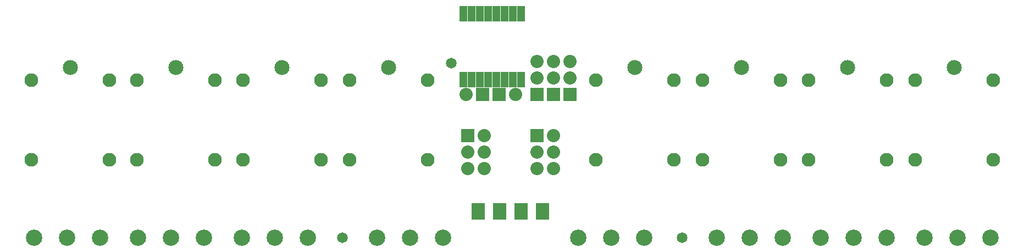
<source format=gbs>
G04 (created by PCBNEW-RS274X (2012-01-19 BZR 3256)-stable) date mer. 09 mai 2012 22:26:31 CEST*
G01*
G70*
G90*
%MOIN*%
G04 Gerber Fmt 3.4, Leading zero omitted, Abs format*
%FSLAX34Y34*%
G04 APERTURE LIST*
%ADD10C,0.006000*%
%ADD11C,0.098700*%
%ADD12R,0.080000X0.080000*%
%ADD13C,0.080000*%
%ADD14C,0.090900*%
%ADD15C,0.083000*%
%ADD16R,0.045000X0.095000*%
%ADD17R,0.080000X0.100000*%
%ADD18C,0.065000*%
G04 APERTURE END LIST*
G54D10*
G54D11*
X14580Y-22973D03*
X16580Y-22973D03*
X18580Y-22973D03*
X20880Y-22973D03*
X22880Y-22973D03*
X24880Y-22973D03*
X27180Y-22973D03*
X29180Y-22973D03*
X31180Y-22973D03*
X35380Y-22973D03*
X37380Y-22973D03*
X39380Y-22973D03*
X47580Y-22973D03*
X49580Y-22973D03*
X51580Y-22973D03*
X55980Y-22973D03*
X57980Y-22973D03*
X59980Y-22973D03*
X62280Y-22973D03*
X64280Y-22973D03*
X66280Y-22973D03*
X68580Y-22973D03*
X70580Y-22973D03*
X72580Y-22973D03*
G54D12*
X45080Y-16773D03*
G54D13*
X46080Y-16773D03*
X45080Y-17773D03*
X46080Y-17773D03*
X45080Y-18773D03*
X46080Y-18773D03*
G54D12*
X40880Y-16773D03*
G54D13*
X41880Y-16773D03*
X40880Y-17773D03*
X41880Y-17773D03*
X40880Y-18773D03*
X41880Y-18773D03*
G54D14*
X16780Y-12627D03*
G54D15*
X14418Y-13414D03*
X19142Y-13414D03*
X14418Y-18217D03*
X19142Y-18217D03*
G54D14*
X23180Y-12627D03*
G54D15*
X20818Y-13414D03*
X25542Y-13414D03*
X20818Y-18217D03*
X25542Y-18217D03*
G54D14*
X29630Y-12627D03*
G54D15*
X27268Y-13414D03*
X31992Y-13414D03*
X27268Y-18217D03*
X31992Y-18217D03*
G54D14*
X36080Y-12627D03*
G54D15*
X33718Y-13414D03*
X38442Y-13414D03*
X33718Y-18217D03*
X38442Y-18217D03*
G54D14*
X51030Y-12627D03*
G54D15*
X48668Y-13414D03*
X53392Y-13414D03*
X48668Y-18217D03*
X53392Y-18217D03*
G54D14*
X57480Y-12627D03*
G54D15*
X55118Y-13414D03*
X59842Y-13414D03*
X55118Y-18217D03*
X59842Y-18217D03*
G54D14*
X63930Y-12627D03*
G54D15*
X61568Y-13414D03*
X66292Y-13414D03*
X61568Y-18217D03*
X66292Y-18217D03*
G54D14*
X70380Y-12627D03*
G54D15*
X68018Y-13414D03*
X72742Y-13414D03*
X68018Y-18217D03*
X72742Y-18217D03*
G54D12*
X45080Y-14273D03*
G54D13*
X45080Y-13273D03*
X45080Y-12273D03*
G54D12*
X46080Y-14273D03*
G54D13*
X46080Y-13273D03*
X46080Y-12273D03*
G54D12*
X47080Y-14273D03*
G54D13*
X47080Y-13273D03*
X47080Y-12273D03*
G54D16*
X44130Y-13373D03*
X43630Y-13373D03*
X43130Y-13373D03*
X42630Y-13373D03*
X42130Y-13373D03*
X41630Y-13373D03*
X41130Y-13373D03*
X40630Y-13373D03*
X40630Y-09373D03*
X41130Y-09373D03*
X41630Y-09373D03*
X42130Y-09373D03*
X42630Y-09373D03*
X43130Y-09373D03*
X43630Y-09373D03*
X44130Y-09373D03*
G54D12*
X41780Y-14273D03*
G54D13*
X40780Y-14273D03*
G54D17*
X41530Y-21373D03*
X42830Y-21373D03*
X45430Y-21373D03*
X44130Y-21373D03*
G54D12*
X42780Y-14273D03*
G54D13*
X43780Y-14273D03*
G54D18*
X33280Y-22973D03*
X53880Y-22973D03*
X39880Y-12373D03*
M02*

</source>
